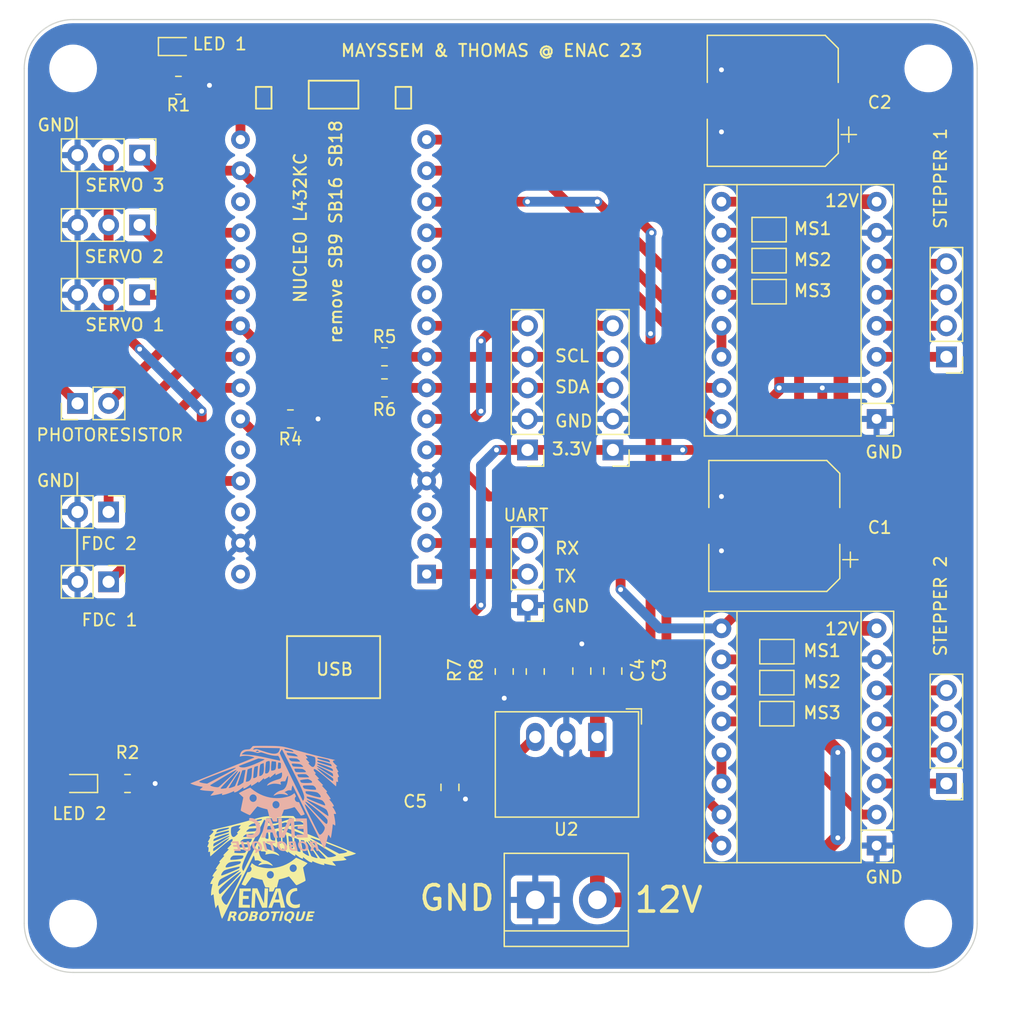
<source format=kicad_pcb>
(kicad_pcb (version 20221018) (generator pcbnew)
  (layers (0 "F.Cu" signal) (31 "B.Cu" signal) (34 "B.Paste" user) (35 "F.Paste" user) (36 "B.SilkS" user "B.Silkscreen") (37 "F.SilkS" user "F.Silkscreen") (38 "B.Mask" user) (39 "F.Mask" user) (44 "Edge.Cuts" user))
  (net 0 "")
  (net 1 "GND")
  (net 2 "+3.3V")
  (net 3 "Net-(A1-1B)")
  (net 4 "Net-(A1-1A)")
  (net 5 "Net-(A1-2A)")
  (net 6 "Net-(A1-2B)")
  (net 7 "ALIM")
  (net 8 "ENABLE")
  (net 9 "Net-(A1-MS1)")
  (net 10 "Net-(A1-MS2)")
  (net 11 "Net-(A1-MS3)")
  (net 12 "Net-(A1-~{RESET})")
  (net 13 "STEP2_PWM")
  (net 14 "STEP2_DIR")
  (net 15 "Net-(A2-1B)")
  (net 16 "Net-(A2-1A)")
  (net 17 "Net-(A2-2A)")
  (net 18 "Net-(A2-2B)")
  (net 19 "Net-(A2-MS1)")
  (net 20 "Net-(A2-MS2)")
  (net 21 "Net-(A2-MS3)")
  (net 22 "Net-(A2-~{RESET})")
  (net 23 "STEP1_PWM")
  (net 24 "STEP1_DIR")
  (net 25 "Net-(D1-K)")
  (net 26 "+5V")
  (net 27 "Net-(D2-K)")
  (net 28 "LED")
  (net 29 "SDA")
  (net 30 "SCL")
  (net 31 "SHUTDOWN1")
  (net 32 "FDC1")
  (net 33 "FDC2")
  (net 34 "SHUTDOWN2")
  (net 35 "TX")
  (net 36 "RX")
  (net 37 "SERVO1")
  (net 38 "SERVO2")
  (net 39 "MEAS_LIGHT")
  (net 47 "SERVO3")
  (net 48 "MEAS_BAT")
  (footprint "Connector_PinHeader_2.54mm:PinHeader_1x02_P2.54mm_Vertical" (layer "F.Cu") (at 128.905 67.31 -90)
    (fp_text reference "FDC 2")
    (fp_text value "FDC")
  )
  (footprint "Connector_PinHeader_2.54mm:PinHeader_1x03_P2.54mm_Vertical" (layer "F.Cu") (at 131.445 49.53 -90)
    (fp_text reference "M1" hide)
    (fp_text value "Motor_Servo")
  )
  (footprint "Connector_PinHeader_2.54mm:PinHeader_1x02_P2.54mm_Vertical" (layer "F.Cu") (at 128.905 73.025 -90)
    (fp_text reference "FDC 1")
    (fp_text value "FDC")
  )
  (footprint "LED_SMD:LED_0603_1608Metric" (layer "F.Cu") (at 134.4675 29.21)
    (fp_text reference "LED 1")
    (fp_text value "LED")
  )
  (footprint "ENAC_robotique:logo_enac_mini" (layer "F.Cu") (at 142.0876 96.1644)
    (fp_text reference "G***" hide)
    (fp_text value "LOGO" hide)
  )
  (footprint "Connector_PinHeader_2.54mm:PinHeader_1x02_P2.54mm_Vertical" (layer "F.Cu") (at 126.365 58.42 90)
    (fp_text reference "PHOTORESISTOR")
    (fp_text value "R_Photo")
  )
  (footprint "Capacitor_SMD:C_0805_2012Metric" (layer "F.Cu") (at 167.64 80.33 -90)
    (fp_text reference "C4")
    (fp_text value "10uF")
  )
  (footprint "MountingHole:MountingHole_3.2mm_M3" (layer "F.Cu") (at 126 101)
    (fp_text reference "H4" hide)
    (fp_text value "MountingHole" hide)
  )
  (footprint "MountingHole:MountingHole_3.2mm_M3" (layer "F.Cu") (at 196 101)
    (fp_text reference "H2" hide)
    (fp_text value "MountingHole" hide)
  )
  (footprint "Capacitor_SMD:C_0805_2012Metric" (layer "F.Cu") (at 156.845 89.85 90)
    (fp_text reference "C5")
    (fp_text value "10uF")
  )
  (footprint "LED_SMD:LED_0603_1608Metric" (layer "F.Cu") (at 126.5175 89.535 180)
    (fp_text reference "LED 2")
    (fp_text value "LED")
  )
  (footprint "Resistor_SMD:R_0805_2012Metric" (layer "F.Cu") (at 130.4525 89.535 180)
    (fp_text reference "R2")
    (fp_text value "500")
  )
  (footprint "Converter_DCDC:Converter_DCDC_RECOM_R-78E-0.5_THT" (layer "F.Cu") (at 168.91 85.725 180)
    (fp_text reference "U2")
    (fp_text value "R-78E5.0-1.0")
  )
  (footprint "Connector_PinHeader_2.54mm:PinHeader_1x05_P2.54mm_Vertical" (layer "F.Cu") (at 163.195 62.23 180)
    (fp_text reference "J7" hide)
    (fp_text value "RANGE")
  )
  (footprint "Capacitor_SMD:CP_Elec_10x12.5" (layer "F.Cu") (at 183.398 68.453 180)
    (fp_text reference "C1")
    (fp_text value "100uF")
  )
  (footprint "Module:Pololu_Breakout-16_15.2x20.3mm" (layer "F.Cu") (at 191.77 59.69 180)
    (fp_text reference "STEPPER 1" hide)
    (fp_text value "Pololu_Breakout_A4988")
  )
  (footprint "Connector_PinHeader_2.54mm:PinHeader_1x03_P2.54mm_Vertical" (layer "F.Cu") (at 131.445 38.1 -90)
    (fp_text reference "M3" hide)
    (fp_text value "Motor_Servo")
  )
  (footprint "TerminalBlock:TerminalBlock_bornier-2_P5.08mm" (layer "F.Cu") (at 163.83 99.06)
    (fp_text reference "12V")
    (fp_text value "Screw_Terminal_01x02")
  )
  (footprint "Jumper:SolderJumper-2_P1.3mm_Open_TrianglePad1.0x1.5mm" (layer "F.Cu") (at 183.605 81.28 180)
    (fp_text reference "JP2" hide)
    (fp_text value "SolderJumper_2_Open" hide)
  )
  (footprint "Jumper:SolderJumper-2_P1.3mm_Open_TrianglePad1.0x1.5mm" (layer "F.Cu") (at 183.605 83.82 180)
    (fp_text reference "JP3" hide)
    (fp_text value "SolderJumper_2_Open" hide)
  )
  (footprint "Resistor_SMD:R_0805_2012Metric" (layer "F.Cu") (at 161.29 80.3675 90)
    (fp_text reference "R7")
    (fp_text value "10k")
  )
  (footprint "ENAC_robotique:NUCLEO32" (layer "F.Cu") (at 147.32 54.61 180)
    (fp_text reference "U1" hide)
    (fp_text value "NUCLEO32-L432KC")
  )
  (footprint "Jumper:SolderJumper-2_P1.3mm_Open_TrianglePad1.0x1.5mm" (layer "F.Cu") (at 182.97 46.736 180)
    (fp_text reference "JP5" hide)
    (fp_text value "SolderJumper_2_Open" hide)
  )
  (footprint "Resistor_SMD:R_0805_2012Metric" (layer "F.Cu") (at 151.4875 54.61)
    (fp_text reference "R5")
    (fp_text value "2.2k")
  )
  (footprint "Capacitor_SMD:CP_Elec_10x12.5" (layer "F.Cu") (at 183.27 33.655 180)
    (fp_text reference "C2")
    (fp_text value "100uF")
  )
  (footprint "Connector_PinHeader_2.54mm:PinHeader_1x04_P2.54mm_Vertical" (layer "F.Cu") (at 197.485 89.535 180)
    (fp_text reference "STEPPER 2")
    (fp_text value "STEPPER")
  )
  (footprint "Resistor_SMD:R_0805_2012Metric" (layer "F.Cu") (at 151.4875 57.15)
    (fp_text reference "R6")
    (fp_text value "2.2k")
  )
  (footprint "Resistor_SMD:R_0805_2012Metric" (layer "F.Cu") (at 143.7875 59.69 180)
    (fp_text reference "R4")
    (fp_text value "10k")
  )
  (footprint "Jumper:SolderJumper-2_P1.3mm_Open_TrianglePad1.0x1.5mm" (layer "F.Cu") (at 183.605 78.74 180)
    (fp_text reference "JP1" hide)
    (fp_text value "SolderJumper_2_Open" hide)
  )
  (footprint "Connector_PinHeader_2.54mm:PinHeader_1x03_P2.54mm_Vertical" (layer "F.Cu") (at 163.195 74.93 180)
    (fp_text reference "UART")
    (fp_text value "UART")
  )
  (footprint "Jumper:SolderJumper-2_P1.3mm_Open_TrianglePad1.0x1.5mm" (layer "F.Cu") (at 182.97 49.276 180)
    (fp_text reference "JP4" hide)
    (fp_text value "SolderJumper_2_Open" hide)
  )
  (footprint "Capacitor_SMD:C_0805_2012Metric" (layer "F.Cu") (at 170.18 80.33 -90)
    (fp_text reference "C3")
    (fp_text value "10uF")
  )
  (footprint "Connector_PinHeader_2.54mm:PinHeader_1x04_P2.54mm_Vertical" (layer "F.Cu") (at 197.485 54.61 180)
    (fp_text reference "STEPPER 1")
    (fp_text value "STEPPER")
  )
  (footprint "MountingHole:MountingHole_3.2mm_M3" (layer "F.Cu") (at 196 31)
    (fp_text reference "H1" hide)
    (fp_text value "MountingHole" hide)
  )
  (footprint "Connector_PinHeader_2.54mm:PinHeader_1x03_P2.54mm_Vertical" (layer "F.Cu") (at 131.445 43.815 -90)
    (fp_text reference "M2" hide)
    (fp_text value "Motor_Servo")
  )
  (footprint "Resistor_SMD:R_0805_2012Metric" (layer "F.Cu") (at 134.62 32.385)
    (fp_text reference "R1")
    (fp_text value "500")
  )
  (footprint "Connector_PinHeader_2.54mm:PinHeader_1x05_P2.54mm_Vertical" (layer "F.Cu") (at 170.18 62.23 180)
    (fp_text reference "J3" hide)
    (fp_text value "RANGE")
  )
  (footprint "Module:Pololu_Breakout-16_15.2x20.3mm" (layer "F.Cu") (at 191.77 94.615 180)
    (fp_text reference "STEPPER 2" hide)
    (fp_text value "Pololu_Breakout_A4988")
  )
  (footprint "Jumper:SolderJumper-2_P1.3mm_Open_TrianglePad1.0x1.5mm" (layer "F.Cu") (at 182.97 44.196 180)
    (fp_text reference "JP6" hide)
    (fp_text value "SolderJumper_2_Open" hide)
  )
  (footprint "MountingHole:MountingHole_3.2mm_M3" (layer "F.Cu") (at 126 31)
    (fp_text reference "H3" hide)
    (fp_text value "MountingHole" hide)
  )
  (footprint "Resistor_SMD:R_0805_2012Metric" (layer "F.Cu") (at 163.83 80.3675 -90)
    (fp_text reference "R8")
    (fp_text value "35k")
  )
  (footprint "ENAC_robotique:logo_enac_mini" (layer "B.Cu") (at 142.663556 90.429136 180)
    (fp_text reference "G***" hide)
    (fp_text value "LOGO" hide)
  )
  (gr_line (start 126.2888 36.7284) (end 126.2888 35.0012) (stroke (width 0.16)) (layer "F.SilkS"))
  (gr_line (start 126.335 65.98) (end 126.3396 64.1096) (stroke (width 0.16)) (layer "F.SilkS"))
  (gr_line (start 126.335 68.64) (end 126.335 71.695) (stroke (width 0.16)) (layer "F.SilkS"))
  (gr_line (start 126.3396 48.1584) (end 126.3396 45.1612) (stroke (width 0.16)) (layer "F.SilkS"))
  (gr_line (start 126.3396 42.418) (end 126.3396 39.4716) (stroke (width 0.16)) (layer "F.SilkS"))
  (gr_arc (start 196 27) (mid 198.828427 28.171573) (end 200 31) (stroke (width 0.1)) (layer "Edge.Cuts"))
  (gr_arc (start 126 105) (mid 123.171573 103.828427) (end 122 101) (stroke (width 0.1)) (layer "Edge.Cuts"))
  (gr_line (start 200 31) (end 200 101) (stroke (width 0.1)) (layer "Edge.Cuts"))
  (gr_arc (start 200 101) (mid 198.828427 103.828427) (end 196 105) (stroke (width 0.1)) (layer "Edge.Cuts"))
  (gr_line (start 196 105) (end 126 105) (stroke (width 0.1)) (layer "Edge.Cuts"))
  (gr_line (start 126 27) (end 196 27) (stroke (width 0.1)) (layer "Edge.Cuts"))
  (gr_arc (start 122 31) (mid 123.171573 28.171573) (end 126 27) (stroke (width 0.1)) (layer "Edge.Cuts"))
  (gr_line (start 122 101) (end 122 31) (stroke (width 0.1)) (layer "Edge.Cuts"))
  (gr_text "SERVO 2" (at 126.8476 46.99) (layer "F.SilkS") (effects (font (size 1 1) (thickness 0.16)) (justify left bottom)))
  (gr_text "MS3" (at 184.912 49.784) (layer "F.SilkS") (effects (font (size 1 1) (thickness 0.16)) (justify left bottom)))
  (gr_text "GND" (at 165.354 60.452) (layer "F.SilkS") (effects (font (size 1 1) (thickness 0.16)) (justify left bottom)))
  (gr_text "GND" (at 122.936 65.3288) (layer "F.SilkS") (effects (font (size 1 1) (thickness 0.16)) (justify left bottom)))
  (gr_text "GND" (at 165.1 75.595) (layer "F.SilkS") (effects (font (size 1 1) (thickness 0.16)) (justify left bottom)))
  (gr_text "MS3" (at 185.674 84.328) (layer "F.SilkS") (effects (font (size 1 1) (thickness 0.16)) (justify left bottom)))
  (gr_text "MAYSSEM & THOMAS @ ENAC 23" (at 147.828 30.1244) (layer "F.SilkS") (effects (font (size 1 1) (thickness 0.16)) (justify left bottom)))
  (gr_text "GND" (at 122.9868 36.2204) (layer "F.SilkS") (effects (font (size 1 1) (thickness 0.16)) (justify left bottom)))
  (gr_text "SDA" (at 165.354 57.658) (layer "F.SilkS") (effects (font (size 1 1) (thickness 0.16)) (justify left bottom)))
  (gr_text "remove SB9 SB16 SB18" (at 148.082 53.594 90) (layer "F.SilkS") (effects (font (size 1 1) (thickness 0.16)) (justify left bottom)))
  (gr_text "SCL" (at 165.354 55.118) (layer "F.SilkS") (effects (font (size 1 1) (thickness 0.16)) (justify left bottom)))
  (gr_text "SERVO 3" (at 126.8984 41.148) (layer "F.SilkS") (effects (font (size 1 1) (thickness 0.16)) (justify left bottom)))
  (gr_text "12V" (at 187.452 77.47) (layer "F.SilkS") (effects (font (size 1 1) (thickness 0.16)) (justify left bottom)))
  (gr_text "MS1" (at 184.912 44.704) (layer "F.SilkS") (effects (font (size 1 1) (thickness 0.16)) (justify left bottom)))
  (gr_text "GND" (at 190.754 97.79) (layer "F.SilkS") (effects (font (size 1 1) (thickness 0.16)) (justify left bottom)))
  (gr_text "GND" (at 154.178 100.076) (layer "F.SilkS") (effects (font (size 2 2) (thickness 0.3)) (justify left bottom)))
  (gr_text "3.3V" (at 165.1 62.738) (layer "F.SilkS") (effects (font (size 1 1) (thickness 0.16)) (justify left bottom)))
  (gr_text "GND" (at 190.754 62.992) (layer "F.SilkS") (effects (font (size 1 1) (thickness 0.16)) (justify left bottom)))
  (gr_text "SERVO 1" (at 126.8984 52.578) (layer "F.SilkS") (effects (font (size 1 1) (thickness 0.16)) (justify left bottom)))
  (gr_text "MS1" (at 185.674 79.248) (layer "F.SilkS") (effects (font (size 1 1) (thickness 0.16)) (justify left bottom)))
  (gr_text "TX" (at 165.354 73.152) (layer "F.SilkS") (effects (font (size 1 1) (thickness 0.16)) (justify left bottom)))
  (gr_text "MS2" (at 185.674 81.788) (layer "F.SilkS") (effects (font (size 1 1) (thickness 0.16)) (justify left bottom)))
  (gr_text "USB" (at 145.796 80.772) (layer "F.SilkS") (effects (font (size 1 1) (thickness 0.16)) (justify left bottom)))
  (gr_text "NUCLEO L432KC" (at 145.1864 50.292 90) (layer "F.SilkS") (effects (font (size 1 1) (thickness 0.16)) (justify left bottom)))
  (gr_text "RX" (at 165.354 70.866) (layer "F.SilkS") (effects (font (size 1 1) (thickness 0.16)) (justify left bottom)))
  (gr_text "MS2" (at 184.912 47.244) (layer "F.SilkS") (effects (font (size 1 1) (thickness 0.16)) (justify left bottom)))
  (gr_text "12V" (at 187.452 42.418) (layer "F.SilkS") (effects (font (size 1 1) (thickness 0.16)) (justify left bottom)))
  (segment (start 158.11 90.8) (end 158.115 90.805) (width 0.8) (layer "F.Cu") (net 1))
  (segment (start 167.64 79.38) (end 167.64 78.105) (width 0.8) (layer "F.Cu") (net 1))
  (segment (start 179.198 70.357) (end 179.07 70.485) (width 1.2) (layer "F.Cu") (net 1))
  (segment (start 179.07 33.655) (end 179.07 31.115) (width 1.2) (layer "F.Cu") (net 1))
  (segment (start 135.5325 32.385) (end 137.16 32.385) (width 0.8) (layer "F.Cu") (net 1))
  (segment (start 161.29 81.28) (end 161.29 82.55) (width 0.8) (layer "F.Cu") (net 1))
  (segment (start 131.365 89.535) (end 132.715 89.535) (width 0.8) (layer "F.Cu") (net 1))
  (segment (start 179.07 33.655) (end 179.07 36.195) (width 1.2) (layer "F.Cu") (net 1))
  (segment (start 164.465 98.42) (end 164.465 99.06) (width 1) (layer "F.Cu") (net 1))
  (segment (start 179.198 68.453) (end 179.198 66.168) (width 1.2) (layer "F.Cu") (net 1))
  (segment (start 156.845 90.8) (end 158.11 90.8) (width 0.8) (layer "F.Cu") (net 1))
  (segment (start 179.198 68.453) (end 179.198 70.357) (width 1.2) (layer "F.Cu") (net 1))
  (segment (start 170.18 79.38) (end 167.64 79.38) (width 0.8) (layer "F.Cu") (net 1))
  (segment (start 144.7 59.69) (end 146.05 59.69) (width 0.8) (layer "F.Cu") (net 1))
  (segment (start 179.198 66.168) (end 179.07 66.04) (width 1.2) (layer "F.Cu") (net 1))
  (via (at 137.16 32.385) (size 0.8) (drill 0.4) (layers "F.Cu" "B.Cu") (net 1))
  (via (at 179.07 36.195) (size 0.8) (drill 0.4) (layers "F.Cu" "B.Cu") (net 1))
  (via (at 146.05 59.69) (size 0.8) (drill 0.4) (layers "F.Cu" "B.Cu") (net 1))
  (via (at 167.64 78.105) (size 0.8) (drill 0.4) (layers "F.Cu" "B.Cu") (net 1))
  (via (at 161.29 82.55) (size 0.8) (drill 0.4) (layers "F.Cu" "B.Cu") (net 1))
  (via (at 179.07 66.04) (size 0.8) (drill 0.4) (layers "F.Cu" "B.Cu") (net 1))
  (via (at 179.07 70.485) (size 0.8) (drill 0.4) (layers "F.Cu" "B.Cu") (net 1))
  (via (at 132.715 89.535) (size 0.8) (drill 0.4) (layers "F.Cu" "B.Cu") (net 1))
  (via (at 158.115 90.805) (size 0.8) (drill 0.4) (layers "F.Cu" "B.Cu") (net 1))
  (via (at 179.07 31.115) (size 0.8) (drill 0.4) (layers "F.Cu" "B.Cu") (net 1))
  (segment (start 133.985 35.56) (end 124.46 35.56) (width 0.8) (layer "F.Cu") (net 2))
  (segment (start 184.33 83.82) (end 186.055 83.82) (width 0.8) (layer "F.Cu") (net 2))
  (segment (start 151.765 76.2) (end 158.115 76.2) (width 0.8) (layer "F.Cu") (net 2))
  (segment (start 170.18 62.23) (end 163.195 62.23) (width 0.8) (layer "F.Cu") (net 2))
  (segment (start 187.325 62.865) (end 187.325 57.15) (width 0.8) (layer "F.Cu") (net 2))
  (segment (start 150.575 57.15) (end 150.575 75.01) (width 0.8) (layer "F.Cu") (net 2))
  (segment (start 184.498 77.183) (end 184.498 65.692) (width 0.8) (layer "F.Cu") (net 2))
  (segment (start 150.575 57.15) (end 150.575 54.61) (width 0.8) (layer "F.Cu") (net 2))
  (segment (start 186.055 83.82) (end 186.055 87.63) (width 0.8) (layer "F.Cu") (net 2))
  (segment (start 183.795 57.369164) (end 183.795 57.15) (width 0.8) (layer "F.Cu") (net 2))
  (segment (start 124.46 35.56) (end 123.19 36.83) (width 0.8) (layer "F.Cu") (net 2))
  (segment (start 186.055 78.74) (end 184.498 77.183) (width 0.8) (layer "F.Cu") (net 2))
  (segment (start 186.055 78.74) (end 186.055 81.28) (width 0.8) (layer "F.Cu") (net 2))
  (segment (start 175.895 62.23) (end 178.934164 62.23) (width 0.8) (layer "F.Cu") (net 2))
  (segment (start 150.575 54.61) (end 150.575 52.316068) (width 0.8) (layer "F.Cu") (net 2))
  (segment (start 139.7 39.37) (end 137.795 39.37) (width 0.8) (layer "F.Cu") (net 2))
  (segment (start 137.795 39.37) (end 133.985 35.56) (width 0.8) (layer "F.Cu") (net 2))
  (segment (start 186.055 87.63) (end 190.5 92.075) (width 0.8) (layer "F.Cu") (net 2))
  (segment (start 123.19 36.83) (end 123.19 55.245) (width 0.8) (layer "F.Cu") (net 2))
  (segment (start 149.110534 48.780534) (end 139.7 39.37) (width 0.8) (layer "F.Cu") (net 2))
  (segment (start 178.934164 62.23) (end 183.795 57.369164) (width 0.8) (layer "F.Cu") (net 2))
  (segment (start 184.33 81.28) (end 186.055 81.28) (width 0.8) (layer "F.Cu") (net 2))
  (segment (start 123.19 55.245) (end 126.365 58.42) (width 0.8) (layer "F.Cu") (net 2))
  (segment (start 184.33 78.74) (end 186.055 78.74) (width 0.8) (layer "F.Cu") (net 2))
  (segment (start 150.575 75.01) (end 151.765 76.2) (width 0.8) (layer "F.Cu") (net 2))
  (segment (start 184.498 65.692) (end 187.325 62.865) (width 0.8) (layer "F.Cu") (net 2))
  (segment (start 160.655 62.23) (end 163.195 62.23) (width 0.8) (layer "F.Cu") (net 2))
  (segment (start 158.115 76.2) (end 159.385 74.93) (width 0.8) (layer "F.Cu") (net 2))
  (segment (start 186.055 81.28) (end 186.055 83.82) (width 0.8) (layer "F.Cu") (net 2))
  (segment (start 183.795 57.15) (end 183.795 44.196) (width 0.8) (layer "F.Cu") (net 2))
  (segment (start 190.5 92.075) (end 191.77 92.075) (width 0.8) (layer "F.Cu") (net 2))
  (via (at 160.655 62.23) (size 0.8) (drill 0.4) (layers "F.Cu" "B.Cu") (net 2))
  (via (at 175.895 62.23) (size 0.8) (drill 0.4) (layers "F.Cu" "B.Cu") (net 2))
  (via (at 187.325 57.15) (size 0.8) (drill 0.4) (layers "F.Cu" "B.Cu") (net 2))
  (via (at 183.795 57.15) (size 0.8) (drill 0.4) (layers "F.Cu" "B.Cu") (net 2))
  (via (at 159.385 74.93) (size 0.8) (drill 0.4) (layers "F.Cu" "B.Cu") (net 2))
  (arc (start 149.110534 48.780534) (mid 150.194398 50.402651) (end 150.575 52.316068) (width 0.8) (layer "F.Cu") (net 2))
  (segment (start 191.77 57.15) (end 187.325 57.15) (width 0.8) (layer "B.Cu") (net 2))
  (segment (start 170.18 62.23) (end 175.895 62.23) (width 0.8) (layer "B.Cu") (net 2))
  (segment (start 159.385 74.93) (end 159.385 63.5) (width 0.8) (layer "B.Cu") (net 2))
  (segment (start 160.02 62.865) (end 160.655 62.23) (width 0.8) (layer "B.Cu") (net 2))
  (segment (start 187.325 57.15) (end 183.795 57.15) (width 0.8) (layer "B.Cu") (net 2))
  (segment (start 159.385 63.5) (end 160.02 62.865) (width 0.8) (layer "B.Cu") (net 2))
  (segment (start 191.77 54.61) (end 197.485 54.61) (width 0.8) (layer "F.Cu") (net 3))
  (segment (start 191.77 52.07) (end 197.485 52.07) (width 0.8) (layer "F.Cu") (net 4))
  (segment (start 191.77 49.53) (end 197.485 49.53) (width 0.8) (layer "F.Cu") (net 5))
  (segment (start 191.77 46.99) (end 197.485 46.99) (width 0.8) (layer "F.Cu") (net 6))
  (segment (start 187.598 76.835) (end 187.598 68.453) (width 1.2) (layer "F.Cu") (net 7))
  (segment (start 168.91 85.725) (end 168.91 81.28) (width 1.2) (layer "F.Cu") (net 7))
  (segment (start 188.848 42.292) (end 188.848 35.033) (width 1.2) (layer "F.Cu") (net 7))
  (segment (start 186.443932 96.131068) (end 188.595 93.98) (width 1.2) (layer "F.Cu") (net 7))
  (segment (start 188.848 67.203) (end 188.848 42.292) (width 1.2) (layer "F.Cu") (net 7))
  (segment (start 191.77 76.835) (end 187.598 76.835) (width 1.2) (layer "F.Cu") (net 7))
  (segment (start 167.64 81.28) (end 168.91 81.28) (width 1.2) (layer "F.Cu") (net 7))
  (segment (start 168.91 81.28) (end 170.18 81.28) (width 1.2) (layer "F.Cu") (net 7))
  (segment (start 187.598 85.998) (end 188.595 86.995) (width 1.2) (layer "F.Cu") (net 7))
  (segment (start 188.848 42.292) (end 189.23 41.91) (width 1.2) (layer "F.Cu") (net 7))
  (segment (start 187.598 76.835) (end 187.598 85.998) (width 1.2) (layer "F.Cu") (net 7))
  (segment (start 187.598 68.453) (end 188.848 67.203) (width 1.2) (layer "F.Cu") (net 7))
  (segment (start 179.372864 99.06) (end 168.91 99.06) (width 1.2) (layer "F.Cu") (net 7))
  (segment (start 168.91 85.725) (end 168.91 99.06) (width 1.2) (layer "F.Cu") (net 7))
  (segment (start 167.64 81.28) (end 163.83 81.28) (width 1.2) (layer "F.Cu") (net 7))
  (segment (start 188.848 35.033) (end 187.47 33.655) (width 1.2) (layer "F.Cu") (net 7))
  (segment (start 191.77 41.91) (end 189.23 41.91) (width 1.2) (layer "F.Cu") (net 7))
  (segment (start 187.47 68.325) (end 187.598 68.453) (width 1.2) (layer "F.Cu") (net 7))
  (via (at 188.595 93.98) (size 0.8) (drill 0.4) (layers "F.Cu" "B.Cu") (net 7))
  (via (at 188.595 86.995) (size 0.8) (drill 0.4) (layers "F.Cu" "B.Cu") (net 7))
  (arc (start 186.443932 96.131068) (mid 183.199698 98.298796) (end 179.372864 99.06) (width 1.2) (layer "F.Cu") (net 7))
  (segment (start 188.595 93.98) (end 188.595 86.995) (width 1.2) (layer "B.Cu") (net 7))
  (segment (start 185.42 62.23) (end 182.298 65.352) (width 0.8) (layer "F.Cu") (net 8))
  (segment (start 156.21 62.23) (end 160.02 66.04) (width 0.8) (layer "F.Cu") (net 8))
  (segment (start 182.298 73.607) (end 179.07 76.835) (width 0.8) (layer "F.Cu") (net 8))
  (segment (start 170.815 71.12) (end 170.815 73.66) (width 0.8) (layer "F.Cu") (net 8))
  (segment (start 167.199466 67.504466) (end 170.815 71.12) (width 0.8) (layer "F.Cu") (net 8))
  (segment (start 185.42 43.398208) (end 185.42 62.23) (width 0.8) (layer "F.Cu") (net 8))
  (segment (start 154.94 62.23) (end 156.21 62.23) (width 0.8) (layer "F.Cu") (net 8))
  (segment (start 183.931792 41.91) (end 185.42 43.398208) (width 0.8) (layer "F.Cu") (net 8))
  (segment (start 179.07 41.91) (end 183.931792 41.91) (width 0.8) (layer "F.Cu") (net 8))
  (segment (start 160.02 66.04) (end 163.663932 66.04) (width 0.8) (layer "F.Cu") (net 8))
  (segment (start 182.298 65.352) (end 182.298 73.607) (width 0.8) (layer "F.Cu") (net 8))
  (via (at 170.815 73.66) (size 0.8) (drill 0.4) (layers "F.Cu" "B.Cu") (net 8))
  (arc (start 167.199466 67.504466) (mid 165.577349 66.420602) (end 163.663932 66.04) (width 0.8) (layer "F.Cu") (net 8))
  (segment (start 179.07 76.835) (end 173.99 76.835) (width 0.8) (layer "B.Cu") (net 8))
  (segment (start 173.99 76.835) (end 170.815 73.66) (width 0.8) (layer "B.Cu") (net 8))
  (segment (start 181.541 44.45) (end 181.795 44.196) (width 0.8) (layer "F.Cu") (net 9))
  (segment (start 179.07 44.45) (end 181.541 44.45) (width 0.8) (layer "F.Cu") (net 9))
  (segment (start 181.541 46.99) (end 181.795 46.736) (width 0.8) (layer "F.Cu") (net 10))
  (segment (start 179.07 46.99) (end 181.541 46.99) (width 0.8) (layer "F.Cu") (net 10))
  (segment (start 179.07 49.53) (end 181.541 49.53) (width 0.8) (layer "F.Cu") (net 11))
  (segment (start 181.541 49.53) (end 181.795 49.276) (width 0.8) (layer "F.Cu") (net 11))
  (segment (start 179.07 54.61) (end 179.07 52.07) (width 0.8) (layer "F.Cu") (net 12))
  (segment (start 168.91 41.91) (end 177.165 50.165) (width 0.8) (layer "F.Cu") (net 13))
  (segment (start 154.94 41.91) (end 163.195 41.91) (width 0.8) (layer "F.Cu") (net 13))
  (segment (start 177.8 57.15) (end 179.07 57.15) (width 0.8) (layer "F.Cu") (net 13))
  (segment (start 177.165 50.165) (end 177.165 56.515) (width 0.8) (layer "F.Cu") (net 13))
  (segment (start 177.165 56.515) (end 177.8 57.15) (width 0.8) (layer "F.Cu") (net 13))
  (via (at 163.195 41.91) (size 0.8) (drill 0.4) (layers "F.Cu" "B.Cu") (net 13))
  (via (at 168.91 41.91) (size 0.8) (drill 0.4) (layers "F.Cu" "B.Cu") (net 13))
  (segment (start 163.195 41.91) (end 168.91 41.91) (width 0.8) (layer "B.Cu") (net 13))
  (segment (start 175.865 57.12) (end 178.435 59.69) (width 0.8) (layer "F.Cu") (net 14))
  (segment (start 154.94 39.37) (end 161.758932 39.37) (width 0.8) (layer "F.Cu") (net 14))
  (segment (start 165.294466 40.834466) (end 175.865 51.405) (width 0.8) (layer "F.Cu") (net 14))
  (segment (start 175.865 51.405) (end 175.865 57.12) (width 0.8) (layer "F.Cu") (net 14))
  (segment (start 178.435 59.69) (end 179.07 59.69) (width 0.8) (layer "F.Cu") (net 14))
  (arc (start 165.294466 40.834466) (mid 163.672349 39.750602) (end 161.758932 39.37) (width 0.8) (layer "F.Cu") (net 14))
  (segment (start 197.485 89.535) (end 191.77 89.535) (width 0.8) (layer "F.Cu") (net 15))
  (segment (start 197.485 86.995) (end 191.77 86.995) (width 0.8) (layer "F.Cu") (net 16))
  (segment (start 197.485 84.455) (end 191.77 84.455) (width 0.8) (layer "F.Cu") (net 17))
  (segment (start 197.485 81.915) (end 191.77 81.915) (width 0.8) (layer "F.Cu") (net 18))
  (segment (start 181.795 79.375) (end 182.43 78.74) (width 0.8) (layer "F.Cu") (net 19))
  (segment (start 179.07 79.375) (end 181.795 79.375) (width 0.8) (layer "F.Cu") (net 19))
  (segment (start 179.07 81.915) (end 181.795 81.915) (width 0.8) (layer "F.Cu") (net 20))
  (segment (start 181.795 81.915) (end 182.43 81.28) (width 0.8) (layer "F.Cu") (net 20))
  (segment (start 181.795 84.455) (end 182.43 83.82) (width 0.8) (layer "F.Cu") (net 21))
  (segment (start 179.07 84.455) (end 181.795 84.455) (width 0.8) (layer "F.Cu") (net 21))
  (segment (start 179.07 89.535) (end 179.07 86.995) (width 0.8) (layer "F.Cu") (net 22))
  (segment (start 179.07 92.075) (end 174.565 87.57) (width 0.8) (layer "F.Cu") (net 23))
  (segment (start 164.933932 44.45) (end 154.94 44.45) (width 0.8) (layer "F.Cu") (net 23))
  (segment (start 174.565 52.01) (end 168.469466 45.914466) (width 0.8) (layer "F.Cu") (net 23))
  (segment (start 174.565 87.57) (end 174.565 52.01) (width 0.8) (layer "F.Cu") (net 23))
  (arc (start 164.933932 44.45) (mid 166.847349 44.830602) (end 168.469466 45.914466) (width 0.8) (layer "F.Cu") (net 23))
  (segment (start 173.265 88.81) (end 173.265 52.705) (width 0.8) (layer "F.Cu") (net 24))
  (segment (start 179.07 94.615) (end 173.265 88.81) (width 0.8) (layer "F.Cu") (net 24))
  (segment (start 173.265 52.705) (end 173.265 52.645) (width 0.8) (layer "F.Cu") (net 24))
  (segment (start 173.355 44.45) (end 167.199466 38.294466) (width 0.8) (layer "F.Cu") (net 24))
  (segment (start 163.663932 36.83) (end 154.94 36.83) (width 0.8) (layer "F.Cu") (net 24))
  (via (at 173.355 44.45) (size 0.8) (drill 0.4) (layers "F.Cu" "B.Cu") (net 24))
  (via (at 173.265 52.705) (size 0.8) (drill 0.4) (layers "F.Cu" "B.Cu") (net 24))
  (arc (start 163.663932 36.83) (mid 165.577349 37.210602) (end 167.199466 38.294466) (width 0.8) (layer "F.Cu") (net 24))
  (segment (start 173.265 44.54) (end 173.355 44.45) (width 0.8) (layer "B.Cu") (net 24))
  (segment (start 173.265 52.705) (end 173.265 44.54) (width 0.8) (layer "B.Cu") (net 24))
  (segment (start 129.54 89.535) (end 127.305 89.535) (width 0.8) (layer "F.Cu") (net 25))
  (segment (start 156.845 88.9) (end 160.655 88.9) (width 0.8) (layer "F.Cu") (net 26))
  (segment (start 136.525 66.04) (end 136.525 69.85) (width 0.8) (layer "F.Cu") (net 26))
  (segment (start 136.525 64.77) (end 136.525 66.04) (width 0.8) (layer "F.Cu") (net 26))
  (segment (start 136.525 88.9) (end 133.35 92.075) (width 0.8) (layer "F.Cu") (net 26))
  (segment (start 127.635 92.075) (end 125.73 90.17) (width 0.8) (layer "F.Cu") (net 26))
  (segment (start 136.525 59.055) (end 136.525 64.77) (width 0.8) (layer "F.Cu") (net 26))
  (segment (start 136.525 69.85) (end 136.525 88.9) (width 0.8) (layer "F.Cu") (net 26))
  (segment (start 125.73 90.17) (end 125.73 89.535) (width 0.8) (layer "F.Cu") (net 26))
  (segment (start 156.845 88.9) (end 136.525 88.9) (width 0.8) (layer "F.Cu") (net 26))
  (segment (start 160.655 88.9) (end 163.83 85.725) (width 0.8) (layer "F.Cu") (net 26))
  (segment (start 128.905 43.815) (end 128.905 49.53) (width 0.8) (layer "F.Cu") (net 26))
  (segment (start 128.905 38.1) (end 128.905 43.815) (width 0.8) (layer "F.Cu") (net 26))
  (segment (start 133.35 92.075) (end 127.635 92.075) (width 0.8) (layer "F.Cu") (net 26))
  (segment (start 139.7 64.77) (end 136.525 64.77) (width 0.8) (layer "F.Cu") (net 26))
  (segment (start 128.905 51.435) (end 131.445 53.975) (width 0.8) (layer "F.Cu") (net 26))
  (segment (start 128.905 49.53) (end 128.905 51.435) (width 0.8) (layer "F.Cu") (net 26))
  (via (at 136.525 59.055) (size 0.8) (drill 0.4) (layers "F.Cu" "B.Cu") (net 26))
  (via (at 131.445 53.975) (size 0.8) (drill 0.4) (layers "F.Cu" "B.Cu") (net 26))
  (segment (start 131.445 53.975) (end 136.525 59.055) (width 0.8) (layer "B.Cu") (net 26))
  (segment (start 133.7075 32.385) (end 133.655 32.3325) (width 1) (layer "F.Cu") (net 27))
  (segment (start 133.68 29.21) (end 133.68 32.3575) (width 1.2) (layer "F.Cu") (net 27))
  (segment (start 133.68 32.3575) (end 133.7075 32.385) (width 1.2) (layer "F.Cu") (net 27))
  (segment (start 133.7075 29.2375) (end 133.68 29.21) (width 1.2) (layer "F.Cu") (net 27))
  (segment (start 139.7 36.83) (end 139.7 31.75) (width 0.8) (layer "F.Cu") (net 28))
  (segment (start 137.16 29.21) (end 135.255 29.21) (width 0.8) (layer "F.Cu") (net 28))
  (segment (start 139.7 31.75) (end 137.16 29.21) (width 0.8) (layer "F.Cu") (net 28))
  (segment (start 163.195 57.15) (end 154.94 57.15) (width 0.8) (layer "F.Cu") (net 29))
  (segment (start 154.94 57.15) (end 152.4 57.15) (width 0.8) (layer "F.Cu") (net 29))
  (segment (start 170.18 57.15) (end 163.195 57.15) (width 0.8) (layer "F.Cu") (net 29))
  (segment (start 154.94 54.61) (end 152.4 54.61) (width 0.8) (layer "F.Cu") (net 30))
  (segment (start 163.195 54.61) (end 154.94 54.61) (width 0.8) (layer "F.Cu") (net 30))
  (segment (start 170.18 54.61) (end 163.195 54.61) (width 0.8) (layer "F.Cu") (net 30))
  (segment (start 165.735 48.895) (end 161.29 48.895) (width 0.8) (layer "F.Cu") (net 31))
  (segment (start 168.91 52.07) (end 165.735 48.895) (width 0.8) (layer "F.Cu") (net 31))
  (segment (start 158.115 52.07) (end 154.94 52.07) (width 0.8) (layer "F.Cu") (net 31))
  (segment (start 170.18 52.07) (end 168.91 52.07) (width 0.8) (layer "F.Cu") (net 31))
  (segment (start 161.29 48.895) (end 158.115 52.07) (width 0.8) (layer "F.Cu") (net 31))
  (segment (start 134.62 59.055) (end 136.525 57.15) (width 0.8) (layer "F.Cu") (net 32))
  (segment (start 134.62 67.31) (end 134.62 59.055) (width 0.8) (layer "F.Cu") (net 32))
  (segment (start 128.905 73.025) (end 134.62 67.31) (width 0.8) (layer "F.Cu") (net 32))
  (segment (start 136.525 57.15) (end 139.7 57.15) (width 0.8) (layer "F.Cu") (net 32))
  (segment (start 132.08 60.325) (end 128.905 63.5) (width 0.8) (layer "F.Cu") (net 33))
  (segment (start 139.7 54.61) (end 135.89 54.61) (width 0.8) (layer "F.Cu") (net 33))
  (segment (start 135.89 54.61) (end 132.08 58.42) (width 0.8) (layer "F.Cu") (net 33))
  (segment (start 132.08 58.42) (end 132.08 60.325) (width 0.8) (layer "F.Cu") (net 33))
  (segment (start 128.905 63.5) (end 128.905 67.31) (width 0.8) (layer "F.Cu") (net 33))
  (segment (start 154.94 59.69) (end 158.75 59.69) (width 0.8) (layer "F.Cu") (net 34))
  (segment (start 163.195 52.07) (end 160.6255 52.07) (width 0.8) (layer "F.Cu") (net 34))
  (segment (start 160.6255 52.07) (end 159.385 53.3105) (width 0.8) (layer "F.Cu") (net 34))
  (segment (start 158.75 59.69) (end 159.385 59.055) (width 0.8) (layer "F.Cu") (net 34))
  (via (at 159.385 53.3105) (size 0.8) (drill 0.4) (layers "F.Cu" "B.Cu") (net 34))
  (via (at 159.385 59.055) (size 0.8) (drill 0.4) (layers "F.Cu" "B.Cu") (net 34))
  (segment (start 159.385 59.055) (end 159.385 53.3105) (width 0.8) (layer "B.Cu") (net 34))
  (segment (start 163.195 72.39) (end 154.94 72.39) (width 0.8) (layer "F.Cu") (net 35))
  (segment (start 163.195 69.85) (end 154.94 69.85) (width 0.8) (layer "F.Cu") (net 36))
  (segment (start 131.445 49.53) (end 139.7 49.53) (width 0.8) (layer "F.Cu") (net 37))
  (segment (start 131.445 43.815) (end 134.62 46.99) (width 0.8) (layer "F.Cu") (net 38))
  (segment (start 134.62 46.99) (end 139.7 46.99) (width 0.8) (layer "F.Cu") (net 38))
  (segment (start 142.875 59.69) (end 142.875 57.316068) (width 0.8) (layer "F.Cu") (net 39))
  (segment (start 141.410534 53.780534) (end 139.7 52.07) (width 0.8) (layer "F.Cu") (net 39))
  (segment (start 135.255 52.07) (end 139.7 52.07) (width 0.8) (layer "F.Cu") (net 39))
  (segment (start 128.905 58.42) (end 135.255 52.07) (width 0.8) (layer "F.Cu") (net 39))
  (arc (start 142.875 57.316068) (mid 142.494398 55.402651) (end 141.410534 53.780534) (width 0.8) (layer "F.Cu") (net 39))
  (segment (start 131.445 38.1) (end 137.795 44.45) (width 0.8) (layer "F.Cu") (net 47))
  (segment (start 137.795 44.45) (end 139.7 44.45) (width 0.8) (layer "F.Cu") (net 47))
  (segment (start 144.974466 76.394466) (end 146.570534 77.990534) (width 0.8) (layer "F.Cu") (net 48))
  (segment (start 161.29 79.455) (end 163.83 79.455) (width 0.8) (layer "F.Cu") (net 48))
  (segment (start 139.7 59.69) (end 142.045534 62.035534) (width 0.8) (layer "F.Cu") (net 48))
  (segment (start 150.106068 79.455) (end 161.29 79.455) (width 0.8) (layer "F.Cu") (net 48))
  (segment (start 143.51 65.571068) (end 143.51 72.858932) (width 0.8) (layer "F.Cu") (net 48))
  (arc (start 150.106068 79.455) (mid 148.192651 79.074398) (end 146.570534 77.990534) (width 0.8) (layer "F.Cu") (net 48))
  (arc (start 143.51 72.858932) (mid 143.890602 74.772349) (end 144.974466 76.394466) (width 0.8) (layer "F.Cu") (net 48))
  (arc (start 142.045534 62.035534) (mid 143.129398 63.657651) (end 143.51 65.571068) (width 0.8) (layer "F.Cu") (net 48))
  (zone (net 1) (net_name "GND") (layer "B.Cu") (connect_pads (clearance 0.5)) (min_thickness 0.25) (fill yes (thermal_gap 0.5) (thermal_bridge_width 0.5))
    (polygon (pts (xy 120.015 25.4) (xy 203.835 25.4) (xy 203.835 108.585) (xy 120.015 108.585)))
  )
)
</source>
